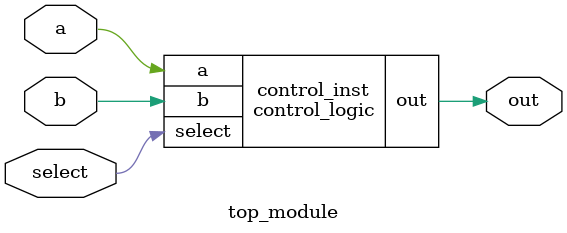
<source format=v>

module xor_gate(
    input a,
    input b,
    output wire xor_out
);

assign xor_out = a ^ b;

endmodule

module functional_module(
    input xor_out,
    output reg func_out
);

always @(*) begin
    if(xor_out == 1'b1) begin
        func_out = 1'b1;
    end else begin
        func_out = 1'b0;
    end
end

endmodule

module control_logic(
    input a,
    input b,
    input select,
    output reg out
);

wire xor_out;
wire func_out;

xor_gate xor_inst(
    .a(a),
    .b(b),
    .xor_out(xor_out)
);

functional_module func_inst(
    .xor_out(xor_out),
    .func_out(func_out)
);

always @(*) begin
    if(select == 1'b1) begin
        out = func_out;
    end else begin
        out = xor_out;
    end
end

endmodule

module top_module(
    input a, 
    input b,
    input select,
    output wire out
);

control_logic control_inst(
    .a(a),
    .b(b),
    .select(select),
    .out(out)
);

endmodule

</source>
